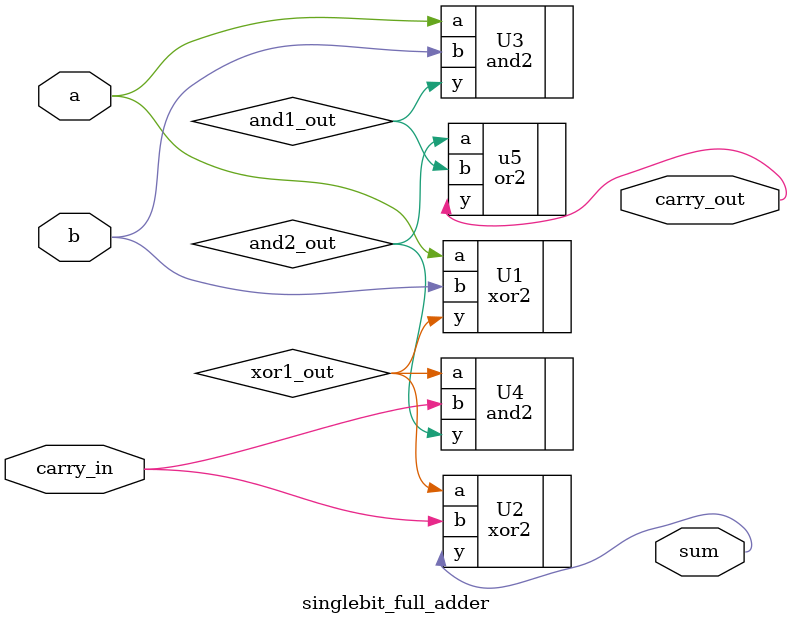
<source format=v>
module singlebit_full_adder(

	// Ports going into the circuit from the outside
	input a,
	input b,
	input carry_in,
	output sum,
	output carry_out
);

	// Internal logic
	wire xor1_out, xor2_out;
	wire and1_out, and2_out;
	wire or1_out;
	
	// Creating instances of the gates
	xor2 U1 (.a(a), .b(b), .y(xor1_out));
	xor2 U2 (.a(xor1_out), .b(carry_in), .y(sum));
	and2 U3 (.a(a), .b(b), .y(and1_out));
	and2 U4 (.a(xor1_out), .b(carry_in), .y(and2_out));
	or2 u5 (.a(and2_out), .b(and1_out), .y(carry_out));	


endmodule

</source>
